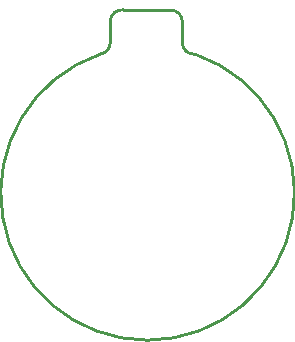
<source format=gm1>
%TF.GenerationSoftware,KiCad,Pcbnew,(7.0.0)*%
%TF.CreationDate,2023-11-19T11:36:42-08:00*%
%TF.ProjectId,Dot-LED,446f742d-4c45-4442-9e6b-696361645f70,rev?*%
%TF.SameCoordinates,Original*%
%TF.FileFunction,Profile,NP*%
%FSLAX46Y46*%
G04 Gerber Fmt 4.6, Leading zero omitted, Abs format (unit mm)*
G04 Created by KiCad (PCBNEW (7.0.0)) date 2023-11-19 11:36:42*
%MOMM*%
%LPD*%
G01*
G04 APERTURE LIST*
%TA.AperFunction,Profile*%
%ADD10C,0.250000*%
%TD*%
G04 APERTURE END LIST*
D10*
X129050001Y-40250000D02*
X124938771Y-40240145D01*
X129938071Y-41254850D02*
G75*
G03*
X129050001Y-40250001I-1012471J50D01*
G01*
X122998295Y-43994981D02*
G75*
G03*
X131030634Y-44004850I4001704J-11778114D01*
G01*
X123844969Y-42990144D02*
X123833784Y-41240144D01*
X122983775Y-43990085D02*
G75*
G03*
X123844969Y-42990144I-149975J999985D01*
G01*
X129925563Y-43004850D02*
G75*
G03*
X131030634Y-44004846I1005037J50D01*
G01*
X129925647Y-43004850D02*
X129936832Y-41254850D01*
X124938779Y-40240069D02*
G75*
G03*
X123833784Y-41240144I-99979J-1000031D01*
G01*
M02*

</source>
